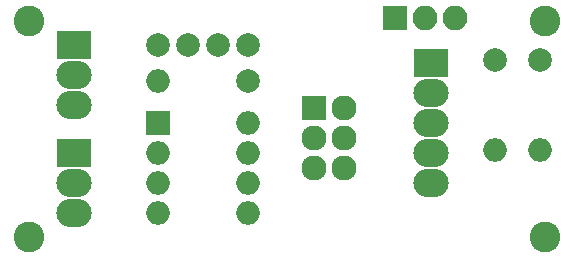
<source format=gbr>
G04 #@! TF.GenerationSoftware,KiCad,Pcbnew,(5.0.0)*
G04 #@! TF.CreationDate,2018-09-26T11:49:41+02:00*
G04 #@! TF.ProjectId,TinyADC,54696E794144432E6B696361645F7063,rev?*
G04 #@! TF.SameCoordinates,Original*
G04 #@! TF.FileFunction,Soldermask,Top*
G04 #@! TF.FilePolarity,Negative*
%FSLAX46Y46*%
G04 Gerber Fmt 4.6, Leading zero omitted, Abs format (unit mm)*
G04 Created by KiCad (PCBNEW (5.0.0)) date 09/26/18 11:49:41*
%MOMM*%
%LPD*%
G01*
G04 APERTURE LIST*
%ADD10R,2.127200X2.127200*%
%ADD11O,2.127200X2.127200*%
%ADD12C,2.000000*%
%ADD13R,3.000000X2.400000*%
%ADD14O,3.000000X2.400000*%
%ADD15O,2.000000X2.000000*%
%ADD16R,2.000000X2.000000*%
%ADD17R,2.100000X2.100000*%
%ADD18O,2.100000X2.100000*%
%ADD19C,2.600000*%
G04 APERTURE END LIST*
D10*
G04 #@! TO.C,J5*
X143256000Y-108712000D03*
D11*
X145796000Y-108712000D03*
X143256000Y-111252000D03*
X145796000Y-111252000D03*
X143256000Y-113792000D03*
X145796000Y-113792000D03*
G04 #@! TD*
D12*
G04 #@! TO.C,C1*
X137628000Y-103378000D03*
X135128000Y-103378000D03*
G04 #@! TD*
G04 #@! TO.C,C2*
X132548000Y-103378000D03*
X130048000Y-103378000D03*
G04 #@! TD*
D13*
G04 #@! TO.C,J2*
X153162000Y-104902000D03*
D14*
X153162000Y-107442000D03*
X153162000Y-109982000D03*
X153162000Y-112522000D03*
X153162000Y-115062000D03*
G04 #@! TD*
D13*
G04 #@! TO.C,J3*
X122936000Y-112522000D03*
D14*
X122936000Y-115062000D03*
X122936000Y-117602000D03*
G04 #@! TD*
G04 #@! TO.C,J4*
X122936000Y-108458000D03*
X122936000Y-105918000D03*
D13*
X122936000Y-103378000D03*
G04 #@! TD*
D15*
G04 #@! TO.C,R1*
X162366672Y-112268000D03*
D12*
X162366672Y-104648000D03*
G04 #@! TD*
G04 #@! TO.C,R2*
X158556672Y-104648000D03*
D15*
X158556672Y-112268000D03*
G04 #@! TD*
D12*
G04 #@! TO.C,R3*
X137668000Y-106426000D03*
D15*
X130048000Y-106426000D03*
G04 #@! TD*
D16*
G04 #@! TO.C,U1*
X130048000Y-109982000D03*
D15*
X137668000Y-117602000D03*
X130048000Y-112522000D03*
X137668000Y-115062000D03*
X130048000Y-115062000D03*
X137668000Y-112522000D03*
X130048000Y-117602000D03*
X137668000Y-109982000D03*
G04 #@! TD*
D17*
G04 #@! TO.C,J1*
X150114000Y-101092000D03*
D18*
X152654000Y-101092000D03*
X155194000Y-101092000D03*
G04 #@! TD*
D19*
G04 #@! TO.C,MH1*
X119126000Y-101346000D03*
G04 #@! TD*
G04 #@! TO.C,MH2*
X119126000Y-119634000D03*
G04 #@! TD*
G04 #@! TO.C,MH3*
X162814000Y-119634000D03*
G04 #@! TD*
G04 #@! TO.C,MH4*
X162814000Y-101346000D03*
G04 #@! TD*
M02*

</source>
